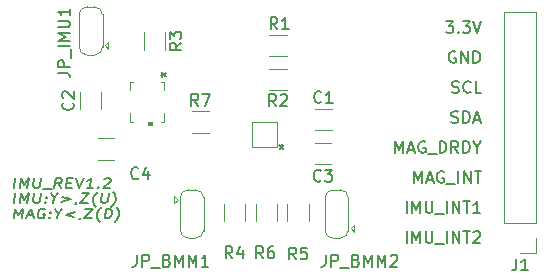
<source format=gbr>
%TF.GenerationSoftware,KiCad,Pcbnew,(6.0.5)*%
%TF.CreationDate,2022-11-14T22:05:18-05:00*%
%TF.ProjectId,IMU_Board,494d555f-426f-4617-9264-2e6b69636164,rev?*%
%TF.SameCoordinates,Original*%
%TF.FileFunction,Legend,Top*%
%TF.FilePolarity,Positive*%
%FSLAX46Y46*%
G04 Gerber Fmt 4.6, Leading zero omitted, Abs format (unit mm)*
G04 Created by KiCad (PCBNEW (6.0.5)) date 2022-11-14 22:05:18*
%MOMM*%
%LPD*%
G01*
G04 APERTURE LIST*
%ADD10C,0.150000*%
%ADD11C,0.050000*%
%ADD12C,0.120000*%
%ADD13C,0.100000*%
G04 APERTURE END LIST*
D10*
X141283452Y-98244761D02*
X141426309Y-98292380D01*
X141664404Y-98292380D01*
X141759642Y-98244761D01*
X141807261Y-98197142D01*
X141854880Y-98101904D01*
X141854880Y-98006666D01*
X141807261Y-97911428D01*
X141759642Y-97863809D01*
X141664404Y-97816190D01*
X141473928Y-97768571D01*
X141378690Y-97720952D01*
X141331071Y-97673333D01*
X141283452Y-97578095D01*
X141283452Y-97482857D01*
X141331071Y-97387619D01*
X141378690Y-97340000D01*
X141473928Y-97292380D01*
X141712023Y-97292380D01*
X141854880Y-97340000D01*
X142283452Y-98292380D02*
X142283452Y-97292380D01*
X142521547Y-97292380D01*
X142664404Y-97340000D01*
X142759642Y-97435238D01*
X142807261Y-97530476D01*
X142854880Y-97720952D01*
X142854880Y-97863809D01*
X142807261Y-98054285D01*
X142759642Y-98149523D01*
X142664404Y-98244761D01*
X142521547Y-98292380D01*
X142283452Y-98292380D01*
X143235833Y-98006666D02*
X143712023Y-98006666D01*
X143140595Y-98292380D02*
X143473928Y-97292380D01*
X143807261Y-98292380D01*
X141331071Y-95704761D02*
X141473928Y-95752380D01*
X141712023Y-95752380D01*
X141807261Y-95704761D01*
X141854880Y-95657142D01*
X141902500Y-95561904D01*
X141902500Y-95466666D01*
X141854880Y-95371428D01*
X141807261Y-95323809D01*
X141712023Y-95276190D01*
X141521547Y-95228571D01*
X141426309Y-95180952D01*
X141378690Y-95133333D01*
X141331071Y-95038095D01*
X141331071Y-94942857D01*
X141378690Y-94847619D01*
X141426309Y-94800000D01*
X141521547Y-94752380D01*
X141759642Y-94752380D01*
X141902500Y-94800000D01*
X142902500Y-95657142D02*
X142854880Y-95704761D01*
X142712023Y-95752380D01*
X142616785Y-95752380D01*
X142473928Y-95704761D01*
X142378690Y-95609523D01*
X142331071Y-95514285D01*
X142283452Y-95323809D01*
X142283452Y-95180952D01*
X142331071Y-94990476D01*
X142378690Y-94895238D01*
X142473928Y-94800000D01*
X142616785Y-94752380D01*
X142712023Y-94752380D01*
X142854880Y-94800000D01*
X142902500Y-94847619D01*
X143807261Y-95752380D02*
X143331071Y-95752380D01*
X143331071Y-94752380D01*
X138092976Y-103372380D02*
X138092976Y-102372380D01*
X138426309Y-103086666D01*
X138759642Y-102372380D01*
X138759642Y-103372380D01*
X139188214Y-103086666D02*
X139664404Y-103086666D01*
X139092976Y-103372380D02*
X139426309Y-102372380D01*
X139759642Y-103372380D01*
X140616785Y-102420000D02*
X140521547Y-102372380D01*
X140378690Y-102372380D01*
X140235833Y-102420000D01*
X140140595Y-102515238D01*
X140092976Y-102610476D01*
X140045357Y-102800952D01*
X140045357Y-102943809D01*
X140092976Y-103134285D01*
X140140595Y-103229523D01*
X140235833Y-103324761D01*
X140378690Y-103372380D01*
X140473928Y-103372380D01*
X140616785Y-103324761D01*
X140664404Y-103277142D01*
X140664404Y-102943809D01*
X140473928Y-102943809D01*
X140854880Y-103467619D02*
X141616785Y-103467619D01*
X141854880Y-103372380D02*
X141854880Y-102372380D01*
X142331071Y-103372380D02*
X142331071Y-102372380D01*
X142902500Y-103372380D01*
X142902500Y-102372380D01*
X143235833Y-102372380D02*
X143807261Y-102372380D01*
X143521547Y-103372380D02*
X143521547Y-102372380D01*
X136521547Y-100832380D02*
X136521547Y-99832380D01*
X136854880Y-100546666D01*
X137188214Y-99832380D01*
X137188214Y-100832380D01*
X137616785Y-100546666D02*
X138092976Y-100546666D01*
X137521547Y-100832380D02*
X137854880Y-99832380D01*
X138188214Y-100832380D01*
X139045357Y-99880000D02*
X138950119Y-99832380D01*
X138807261Y-99832380D01*
X138664404Y-99880000D01*
X138569166Y-99975238D01*
X138521547Y-100070476D01*
X138473928Y-100260952D01*
X138473928Y-100403809D01*
X138521547Y-100594285D01*
X138569166Y-100689523D01*
X138664404Y-100784761D01*
X138807261Y-100832380D01*
X138902500Y-100832380D01*
X139045357Y-100784761D01*
X139092976Y-100737142D01*
X139092976Y-100403809D01*
X138902500Y-100403809D01*
X139283452Y-100927619D02*
X140045357Y-100927619D01*
X140283452Y-100832380D02*
X140283452Y-99832380D01*
X140521547Y-99832380D01*
X140664404Y-99880000D01*
X140759642Y-99975238D01*
X140807261Y-100070476D01*
X140854880Y-100260952D01*
X140854880Y-100403809D01*
X140807261Y-100594285D01*
X140759642Y-100689523D01*
X140664404Y-100784761D01*
X140521547Y-100832380D01*
X140283452Y-100832380D01*
X141854880Y-100832380D02*
X141521547Y-100356190D01*
X141283452Y-100832380D02*
X141283452Y-99832380D01*
X141664404Y-99832380D01*
X141759642Y-99880000D01*
X141807261Y-99927619D01*
X141854880Y-100022857D01*
X141854880Y-100165714D01*
X141807261Y-100260952D01*
X141759642Y-100308571D01*
X141664404Y-100356190D01*
X141283452Y-100356190D01*
X142283452Y-100832380D02*
X142283452Y-99832380D01*
X142521547Y-99832380D01*
X142664404Y-99880000D01*
X142759642Y-99975238D01*
X142807261Y-100070476D01*
X142854880Y-100260952D01*
X142854880Y-100403809D01*
X142807261Y-100594285D01*
X142759642Y-100689523D01*
X142664404Y-100784761D01*
X142521547Y-100832380D01*
X142283452Y-100832380D01*
X143473928Y-100356190D02*
X143473928Y-100832380D01*
X143140595Y-99832380D02*
X143473928Y-100356190D01*
X143807261Y-99832380D01*
X137473928Y-105912380D02*
X137473928Y-104912380D01*
X137950119Y-105912380D02*
X137950119Y-104912380D01*
X138283452Y-105626666D01*
X138616785Y-104912380D01*
X138616785Y-105912380D01*
X139092976Y-104912380D02*
X139092976Y-105721904D01*
X139140595Y-105817142D01*
X139188214Y-105864761D01*
X139283452Y-105912380D01*
X139473928Y-105912380D01*
X139569166Y-105864761D01*
X139616785Y-105817142D01*
X139664404Y-105721904D01*
X139664404Y-104912380D01*
X139902500Y-106007619D02*
X140664404Y-106007619D01*
X140902500Y-105912380D02*
X140902500Y-104912380D01*
X141378690Y-105912380D02*
X141378690Y-104912380D01*
X141950119Y-105912380D01*
X141950119Y-104912380D01*
X142283452Y-104912380D02*
X142854880Y-104912380D01*
X142569166Y-105912380D02*
X142569166Y-104912380D01*
X143712023Y-105912380D02*
X143140595Y-105912380D01*
X143426309Y-105912380D02*
X143426309Y-104912380D01*
X143331071Y-105055238D01*
X143235833Y-105150476D01*
X143140595Y-105198095D01*
X104240357Y-103773904D02*
X104340357Y-102973904D01*
X104716547Y-103773904D02*
X104816547Y-102973904D01*
X105078452Y-103545333D01*
X105483214Y-102973904D01*
X105383214Y-103773904D01*
X105959404Y-102973904D02*
X105878452Y-103621523D01*
X105916547Y-103697714D01*
X105959404Y-103735809D01*
X106049880Y-103773904D01*
X106240357Y-103773904D01*
X106340357Y-103735809D01*
X106392738Y-103697714D01*
X106449880Y-103621523D01*
X106530833Y-102973904D01*
X106659404Y-103850095D02*
X107421309Y-103850095D01*
X108240357Y-103773904D02*
X107954642Y-103392952D01*
X107668928Y-103773904D02*
X107768928Y-102973904D01*
X108149880Y-102973904D01*
X108240357Y-103012000D01*
X108283214Y-103050095D01*
X108321309Y-103126285D01*
X108307023Y-103240571D01*
X108249880Y-103316761D01*
X108197500Y-103354857D01*
X108097500Y-103392952D01*
X107716547Y-103392952D01*
X108721309Y-103354857D02*
X109054642Y-103354857D01*
X109145119Y-103773904D02*
X108668928Y-103773904D01*
X108768928Y-102973904D01*
X109245119Y-102973904D01*
X109530833Y-102973904D02*
X109764166Y-103773904D01*
X110197500Y-102973904D01*
X110954642Y-103773904D02*
X110383214Y-103773904D01*
X110668928Y-103773904D02*
X110768928Y-102973904D01*
X110659404Y-103088190D01*
X110554642Y-103164380D01*
X110454642Y-103202476D01*
X111392738Y-103697714D02*
X111435595Y-103735809D01*
X111383214Y-103773904D01*
X111340357Y-103735809D01*
X111392738Y-103697714D01*
X111383214Y-103773904D01*
X111902261Y-103050095D02*
X111954642Y-103012000D01*
X112054642Y-102973904D01*
X112292738Y-102973904D01*
X112383214Y-103012000D01*
X112426071Y-103050095D01*
X112464166Y-103126285D01*
X112454642Y-103202476D01*
X112392738Y-103316761D01*
X111764166Y-103773904D01*
X112383214Y-103773904D01*
X104240357Y-105061904D02*
X104340357Y-104261904D01*
X104716547Y-105061904D02*
X104816547Y-104261904D01*
X105078452Y-104833333D01*
X105483214Y-104261904D01*
X105383214Y-105061904D01*
X105959404Y-104261904D02*
X105878452Y-104909523D01*
X105916547Y-104985714D01*
X105959404Y-105023809D01*
X106049880Y-105061904D01*
X106240357Y-105061904D01*
X106340357Y-105023809D01*
X106392738Y-104985714D01*
X106449880Y-104909523D01*
X106530833Y-104261904D01*
X106916547Y-104985714D02*
X106959404Y-105023809D01*
X106907023Y-105061904D01*
X106864166Y-105023809D01*
X106916547Y-104985714D01*
X106907023Y-105061904D01*
X106968928Y-104566666D02*
X107011785Y-104604761D01*
X106959404Y-104642857D01*
X106916547Y-104604761D01*
X106968928Y-104566666D01*
X106959404Y-104642857D01*
X107621309Y-104680952D02*
X107573690Y-105061904D01*
X107340357Y-104261904D02*
X107621309Y-104680952D01*
X108007023Y-104261904D01*
X108307023Y-104528571D02*
X109040357Y-104757142D01*
X108249880Y-104985714D01*
X109530833Y-105023809D02*
X109526071Y-105061904D01*
X109468928Y-105138095D01*
X109416547Y-105176190D01*
X109959404Y-104261904D02*
X110626071Y-104261904D01*
X109859404Y-105061904D01*
X110526071Y-105061904D01*
X111154642Y-105366666D02*
X111111785Y-105328571D01*
X111030833Y-105214285D01*
X110992738Y-105138095D01*
X110959404Y-105023809D01*
X110935595Y-104833333D01*
X110954642Y-104680952D01*
X111026071Y-104490476D01*
X111087976Y-104376190D01*
X111145119Y-104300000D01*
X111254642Y-104185714D01*
X111307023Y-104147619D01*
X111673690Y-104261904D02*
X111592738Y-104909523D01*
X111630833Y-104985714D01*
X111673690Y-105023809D01*
X111764166Y-105061904D01*
X111954642Y-105061904D01*
X112054642Y-105023809D01*
X112107023Y-104985714D01*
X112164166Y-104909523D01*
X112245119Y-104261904D01*
X112487976Y-105366666D02*
X112540357Y-105328571D01*
X112649880Y-105214285D01*
X112707023Y-105138095D01*
X112768928Y-105023809D01*
X112840357Y-104833333D01*
X112859404Y-104680952D01*
X112835595Y-104490476D01*
X112802261Y-104376190D01*
X112764166Y-104300000D01*
X112683214Y-104185714D01*
X112640357Y-104147619D01*
X104240357Y-106349904D02*
X104340357Y-105549904D01*
X104602261Y-106121333D01*
X105007023Y-105549904D01*
X104907023Y-106349904D01*
X105364166Y-106121333D02*
X105840357Y-106121333D01*
X105240357Y-106349904D02*
X105673690Y-105549904D01*
X105907023Y-106349904D01*
X106859404Y-105588000D02*
X106768928Y-105549904D01*
X106626071Y-105549904D01*
X106478452Y-105588000D01*
X106373690Y-105664190D01*
X106316547Y-105740380D01*
X106249880Y-105892761D01*
X106235595Y-106007047D01*
X106264166Y-106159428D01*
X106302261Y-106235619D01*
X106387976Y-106311809D01*
X106526071Y-106349904D01*
X106621309Y-106349904D01*
X106768928Y-106311809D01*
X106821309Y-106273714D01*
X106854642Y-106007047D01*
X106664166Y-106007047D01*
X107249880Y-106273714D02*
X107292738Y-106311809D01*
X107240357Y-106349904D01*
X107197500Y-106311809D01*
X107249880Y-106273714D01*
X107240357Y-106349904D01*
X107302261Y-105854666D02*
X107345119Y-105892761D01*
X107292738Y-105930857D01*
X107249880Y-105892761D01*
X107302261Y-105854666D01*
X107292738Y-105930857D01*
X107954642Y-105968952D02*
X107907023Y-106349904D01*
X107673690Y-105549904D02*
X107954642Y-105968952D01*
X108340357Y-105549904D01*
X109402261Y-105816571D02*
X108611785Y-106045142D01*
X109345119Y-106273714D01*
X109864166Y-106311809D02*
X109859404Y-106349904D01*
X109802261Y-106426095D01*
X109749880Y-106464190D01*
X110292738Y-105549904D02*
X110959404Y-105549904D01*
X110192738Y-106349904D01*
X110859404Y-106349904D01*
X111487976Y-106654666D02*
X111445119Y-106616571D01*
X111364166Y-106502285D01*
X111326071Y-106426095D01*
X111292738Y-106311809D01*
X111268928Y-106121333D01*
X111287976Y-105968952D01*
X111359404Y-105778476D01*
X111421309Y-105664190D01*
X111478452Y-105588000D01*
X111587976Y-105473714D01*
X111640357Y-105435619D01*
X111907023Y-106349904D02*
X112007023Y-105549904D01*
X112245119Y-105549904D01*
X112383214Y-105588000D01*
X112468928Y-105664190D01*
X112507023Y-105740380D01*
X112535595Y-105892761D01*
X112521309Y-106007047D01*
X112454642Y-106159428D01*
X112397500Y-106235619D01*
X112292738Y-106311809D01*
X112145119Y-106349904D01*
X111907023Y-106349904D01*
X112773690Y-106654666D02*
X112826071Y-106616571D01*
X112935595Y-106502285D01*
X112992738Y-106426095D01*
X113054642Y-106311809D01*
X113126071Y-106121333D01*
X113145119Y-105968952D01*
X113121309Y-105778476D01*
X113087976Y-105664190D01*
X113049880Y-105588000D01*
X112968928Y-105473714D01*
X112926071Y-105435619D01*
X141616785Y-92260000D02*
X141521547Y-92212380D01*
X141378690Y-92212380D01*
X141235833Y-92260000D01*
X141140595Y-92355238D01*
X141092976Y-92450476D01*
X141045357Y-92640952D01*
X141045357Y-92783809D01*
X141092976Y-92974285D01*
X141140595Y-93069523D01*
X141235833Y-93164761D01*
X141378690Y-93212380D01*
X141473928Y-93212380D01*
X141616785Y-93164761D01*
X141664404Y-93117142D01*
X141664404Y-92783809D01*
X141473928Y-92783809D01*
X142092976Y-93212380D02*
X142092976Y-92212380D01*
X142664404Y-93212380D01*
X142664404Y-92212380D01*
X143140595Y-93212380D02*
X143140595Y-92212380D01*
X143378690Y-92212380D01*
X143521547Y-92260000D01*
X143616785Y-92355238D01*
X143664404Y-92450476D01*
X143712023Y-92640952D01*
X143712023Y-92783809D01*
X143664404Y-92974285D01*
X143616785Y-93069523D01*
X143521547Y-93164761D01*
X143378690Y-93212380D01*
X143140595Y-93212380D01*
X137473928Y-108452380D02*
X137473928Y-107452380D01*
X137950119Y-108452380D02*
X137950119Y-107452380D01*
X138283452Y-108166666D01*
X138616785Y-107452380D01*
X138616785Y-108452380D01*
X139092976Y-107452380D02*
X139092976Y-108261904D01*
X139140595Y-108357142D01*
X139188214Y-108404761D01*
X139283452Y-108452380D01*
X139473928Y-108452380D01*
X139569166Y-108404761D01*
X139616785Y-108357142D01*
X139664404Y-108261904D01*
X139664404Y-107452380D01*
X139902500Y-108547619D02*
X140664404Y-108547619D01*
X140902500Y-108452380D02*
X140902500Y-107452380D01*
X141378690Y-108452380D02*
X141378690Y-107452380D01*
X141950119Y-108452380D01*
X141950119Y-107452380D01*
X142283452Y-107452380D02*
X142854880Y-107452380D01*
X142569166Y-108452380D02*
X142569166Y-107452380D01*
X143140595Y-107547619D02*
X143188214Y-107500000D01*
X143283452Y-107452380D01*
X143521547Y-107452380D01*
X143616785Y-107500000D01*
X143664404Y-107547619D01*
X143712023Y-107642857D01*
X143712023Y-107738095D01*
X143664404Y-107880952D01*
X143092976Y-108452380D01*
X143712023Y-108452380D01*
X140807261Y-89672380D02*
X141426309Y-89672380D01*
X141092976Y-90053333D01*
X141235833Y-90053333D01*
X141331071Y-90100952D01*
X141378690Y-90148571D01*
X141426309Y-90243809D01*
X141426309Y-90481904D01*
X141378690Y-90577142D01*
X141331071Y-90624761D01*
X141235833Y-90672380D01*
X140950119Y-90672380D01*
X140854880Y-90624761D01*
X140807261Y-90577142D01*
X141854880Y-90577142D02*
X141902500Y-90624761D01*
X141854880Y-90672380D01*
X141807261Y-90624761D01*
X141854880Y-90577142D01*
X141854880Y-90672380D01*
X142235833Y-89672380D02*
X142854880Y-89672380D01*
X142521547Y-90053333D01*
X142664404Y-90053333D01*
X142759642Y-90100952D01*
X142807261Y-90148571D01*
X142854880Y-90243809D01*
X142854880Y-90481904D01*
X142807261Y-90577142D01*
X142759642Y-90624761D01*
X142664404Y-90672380D01*
X142378690Y-90672380D01*
X142283452Y-90624761D01*
X142235833Y-90577142D01*
X143140595Y-89672380D02*
X143473928Y-90672380D01*
X143807261Y-89672380D01*
%TO.C,U3*%
X126900000Y-100052380D02*
X126900000Y-100290476D01*
X126661904Y-100195238D02*
X126900000Y-100290476D01*
X127138095Y-100195238D01*
X126757142Y-100480952D02*
X126900000Y-100290476D01*
X127042857Y-100480952D01*
%TO.C,J1*%
X146766666Y-109782380D02*
X146766666Y-110496666D01*
X146719047Y-110639523D01*
X146623809Y-110734761D01*
X146480952Y-110782380D01*
X146385714Y-110782380D01*
X147766666Y-110782380D02*
X147195238Y-110782380D01*
X147480952Y-110782380D02*
X147480952Y-109782380D01*
X147385714Y-109925238D01*
X147290476Y-110020476D01*
X147195238Y-110068095D01*
%TO.C,JP_BMM1*%
X114642857Y-109452380D02*
X114642857Y-110166666D01*
X114595238Y-110309523D01*
X114500000Y-110404761D01*
X114357142Y-110452380D01*
X114261904Y-110452380D01*
X115119047Y-110452380D02*
X115119047Y-109452380D01*
X115500000Y-109452380D01*
X115595238Y-109500000D01*
X115642857Y-109547619D01*
X115690476Y-109642857D01*
X115690476Y-109785714D01*
X115642857Y-109880952D01*
X115595238Y-109928571D01*
X115500000Y-109976190D01*
X115119047Y-109976190D01*
X115880952Y-110547619D02*
X116642857Y-110547619D01*
X117214285Y-109928571D02*
X117357142Y-109976190D01*
X117404761Y-110023809D01*
X117452380Y-110119047D01*
X117452380Y-110261904D01*
X117404761Y-110357142D01*
X117357142Y-110404761D01*
X117261904Y-110452380D01*
X116880952Y-110452380D01*
X116880952Y-109452380D01*
X117214285Y-109452380D01*
X117309523Y-109500000D01*
X117357142Y-109547619D01*
X117404761Y-109642857D01*
X117404761Y-109738095D01*
X117357142Y-109833333D01*
X117309523Y-109880952D01*
X117214285Y-109928571D01*
X116880952Y-109928571D01*
X117880952Y-110452380D02*
X117880952Y-109452380D01*
X118214285Y-110166666D01*
X118547619Y-109452380D01*
X118547619Y-110452380D01*
X119023809Y-110452380D02*
X119023809Y-109452380D01*
X119357142Y-110166666D01*
X119690476Y-109452380D01*
X119690476Y-110452380D01*
X120690476Y-110452380D02*
X120119047Y-110452380D01*
X120404761Y-110452380D02*
X120404761Y-109452380D01*
X120309523Y-109595238D01*
X120214285Y-109690476D01*
X120119047Y-109738095D01*
%TO.C,R7*%
X119833333Y-96832380D02*
X119500000Y-96356190D01*
X119261904Y-96832380D02*
X119261904Y-95832380D01*
X119642857Y-95832380D01*
X119738095Y-95880000D01*
X119785714Y-95927619D01*
X119833333Y-96022857D01*
X119833333Y-96165714D01*
X119785714Y-96260952D01*
X119738095Y-96308571D01*
X119642857Y-96356190D01*
X119261904Y-96356190D01*
X120166666Y-95832380D02*
X120833333Y-95832380D01*
X120404761Y-96832380D01*
%TO.C,*%
%TO.C,JP_BMM2*%
X130642857Y-109452380D02*
X130642857Y-110166666D01*
X130595238Y-110309523D01*
X130500000Y-110404761D01*
X130357142Y-110452380D01*
X130261904Y-110452380D01*
X131119047Y-110452380D02*
X131119047Y-109452380D01*
X131500000Y-109452380D01*
X131595238Y-109500000D01*
X131642857Y-109547619D01*
X131690476Y-109642857D01*
X131690476Y-109785714D01*
X131642857Y-109880952D01*
X131595238Y-109928571D01*
X131500000Y-109976190D01*
X131119047Y-109976190D01*
X131880952Y-110547619D02*
X132642857Y-110547619D01*
X133214285Y-109928571D02*
X133357142Y-109976190D01*
X133404761Y-110023809D01*
X133452380Y-110119047D01*
X133452380Y-110261904D01*
X133404761Y-110357142D01*
X133357142Y-110404761D01*
X133261904Y-110452380D01*
X132880952Y-110452380D01*
X132880952Y-109452380D01*
X133214285Y-109452380D01*
X133309523Y-109500000D01*
X133357142Y-109547619D01*
X133404761Y-109642857D01*
X133404761Y-109738095D01*
X133357142Y-109833333D01*
X133309523Y-109880952D01*
X133214285Y-109928571D01*
X132880952Y-109928571D01*
X133880952Y-110452380D02*
X133880952Y-109452380D01*
X134214285Y-110166666D01*
X134547619Y-109452380D01*
X134547619Y-110452380D01*
X135023809Y-110452380D02*
X135023809Y-109452380D01*
X135357142Y-110166666D01*
X135690476Y-109452380D01*
X135690476Y-110452380D01*
X136119047Y-109547619D02*
X136166666Y-109500000D01*
X136261904Y-109452380D01*
X136500000Y-109452380D01*
X136595238Y-109500000D01*
X136642857Y-109547619D01*
X136690476Y-109642857D01*
X136690476Y-109738095D01*
X136642857Y-109880952D01*
X136071428Y-110452380D01*
X136690476Y-110452380D01*
%TO.C,C3*%
X130233333Y-103157142D02*
X130185714Y-103204761D01*
X130042857Y-103252380D01*
X129947619Y-103252380D01*
X129804761Y-103204761D01*
X129709523Y-103109523D01*
X129661904Y-103014285D01*
X129614285Y-102823809D01*
X129614285Y-102680952D01*
X129661904Y-102490476D01*
X129709523Y-102395238D01*
X129804761Y-102300000D01*
X129947619Y-102252380D01*
X130042857Y-102252380D01*
X130185714Y-102300000D01*
X130233333Y-102347619D01*
X130566666Y-102252380D02*
X131185714Y-102252380D01*
X130852380Y-102633333D01*
X130995238Y-102633333D01*
X131090476Y-102680952D01*
X131138095Y-102728571D01*
X131185714Y-102823809D01*
X131185714Y-103061904D01*
X131138095Y-103157142D01*
X131090476Y-103204761D01*
X130995238Y-103252380D01*
X130709523Y-103252380D01*
X130614285Y-103204761D01*
X130566666Y-103157142D01*
%TO.C,U1*%
X116652380Y-94200000D02*
X116890476Y-94200000D01*
X116795238Y-94438095D02*
X116890476Y-94200000D01*
X116795238Y-93961904D01*
X117080952Y-94342857D02*
X116890476Y-94200000D01*
X117080952Y-94057142D01*
%TO.C,R4*%
X122733333Y-109752380D02*
X122400000Y-109276190D01*
X122161904Y-109752380D02*
X122161904Y-108752380D01*
X122542857Y-108752380D01*
X122638095Y-108800000D01*
X122685714Y-108847619D01*
X122733333Y-108942857D01*
X122733333Y-109085714D01*
X122685714Y-109180952D01*
X122638095Y-109228571D01*
X122542857Y-109276190D01*
X122161904Y-109276190D01*
X123590476Y-109085714D02*
X123590476Y-109752380D01*
X123352380Y-108704761D02*
X123114285Y-109419047D01*
X123733333Y-109419047D01*
%TO.C,C4*%
X114770833Y-102957142D02*
X114723214Y-103004761D01*
X114580357Y-103052380D01*
X114485119Y-103052380D01*
X114342261Y-103004761D01*
X114247023Y-102909523D01*
X114199404Y-102814285D01*
X114151785Y-102623809D01*
X114151785Y-102480952D01*
X114199404Y-102290476D01*
X114247023Y-102195238D01*
X114342261Y-102100000D01*
X114485119Y-102052380D01*
X114580357Y-102052380D01*
X114723214Y-102100000D01*
X114770833Y-102147619D01*
X115627976Y-102385714D02*
X115627976Y-103052380D01*
X115389880Y-102004761D02*
X115151785Y-102719047D01*
X115770833Y-102719047D01*
%TO.C,R3*%
X118422381Y-91516666D02*
X117946191Y-91850000D01*
X118422381Y-92088095D02*
X117422381Y-92088095D01*
X117422381Y-91707142D01*
X117470001Y-91611904D01*
X117517620Y-91564285D01*
X117612858Y-91516666D01*
X117755715Y-91516666D01*
X117850953Y-91564285D01*
X117898572Y-91611904D01*
X117946191Y-91707142D01*
X117946191Y-92088095D01*
X117422381Y-91183333D02*
X117422381Y-90564285D01*
X117803334Y-90897619D01*
X117803334Y-90754761D01*
X117850953Y-90659523D01*
X117898572Y-90611904D01*
X117993810Y-90564285D01*
X118231905Y-90564285D01*
X118327143Y-90611904D01*
X118374762Y-90659523D01*
X118422381Y-90754761D01*
X118422381Y-91040476D01*
X118374762Y-91135714D01*
X118327143Y-91183333D01*
%TO.C,JP_IMU1*%
X107952380Y-94047619D02*
X108666666Y-94047619D01*
X108809523Y-94095238D01*
X108904761Y-94190476D01*
X108952380Y-94333333D01*
X108952380Y-94428571D01*
X108952380Y-93571428D02*
X107952380Y-93571428D01*
X107952380Y-93190476D01*
X108000000Y-93095238D01*
X108047619Y-93047619D01*
X108142857Y-93000000D01*
X108285714Y-93000000D01*
X108380952Y-93047619D01*
X108428571Y-93095238D01*
X108476190Y-93190476D01*
X108476190Y-93571428D01*
X109047619Y-92809523D02*
X109047619Y-92047619D01*
X108952380Y-91809523D02*
X107952380Y-91809523D01*
X108952380Y-91333333D02*
X107952380Y-91333333D01*
X108666666Y-91000000D01*
X107952380Y-90666666D01*
X108952380Y-90666666D01*
X107952380Y-90190476D02*
X108761904Y-90190476D01*
X108857142Y-90142857D01*
X108904761Y-90095238D01*
X108952380Y-90000000D01*
X108952380Y-89809523D01*
X108904761Y-89714285D01*
X108857142Y-89666666D01*
X108761904Y-89619047D01*
X107952380Y-89619047D01*
X108952380Y-88619047D02*
X108952380Y-89190476D01*
X108952380Y-88904761D02*
X107952380Y-88904761D01*
X108095238Y-89000000D01*
X108190476Y-89095238D01*
X108238095Y-89190476D01*
%TO.C,R2*%
X126433333Y-96872380D02*
X126100000Y-96396190D01*
X125861904Y-96872380D02*
X125861904Y-95872380D01*
X126242857Y-95872380D01*
X126338095Y-95920000D01*
X126385714Y-95967619D01*
X126433333Y-96062857D01*
X126433333Y-96205714D01*
X126385714Y-96300952D01*
X126338095Y-96348571D01*
X126242857Y-96396190D01*
X125861904Y-96396190D01*
X126814285Y-95967619D02*
X126861904Y-95920000D01*
X126957142Y-95872380D01*
X127195238Y-95872380D01*
X127290476Y-95920000D01*
X127338095Y-95967619D01*
X127385714Y-96062857D01*
X127385714Y-96158095D01*
X127338095Y-96300952D01*
X126766666Y-96872380D01*
X127385714Y-96872380D01*
%TO.C,R1*%
X126533333Y-90352380D02*
X126200000Y-89876190D01*
X125961904Y-90352380D02*
X125961904Y-89352380D01*
X126342857Y-89352380D01*
X126438095Y-89400000D01*
X126485714Y-89447619D01*
X126533333Y-89542857D01*
X126533333Y-89685714D01*
X126485714Y-89780952D01*
X126438095Y-89828571D01*
X126342857Y-89876190D01*
X125961904Y-89876190D01*
X127485714Y-90352380D02*
X126914285Y-90352380D01*
X127200000Y-90352380D02*
X127200000Y-89352380D01*
X127104761Y-89495238D01*
X127009523Y-89590476D01*
X126914285Y-89638095D01*
%TO.C,C2*%
X109207142Y-96566666D02*
X109254761Y-96614285D01*
X109302380Y-96757142D01*
X109302380Y-96852380D01*
X109254761Y-96995238D01*
X109159523Y-97090476D01*
X109064285Y-97138095D01*
X108873809Y-97185714D01*
X108730952Y-97185714D01*
X108540476Y-97138095D01*
X108445238Y-97090476D01*
X108350000Y-96995238D01*
X108302380Y-96852380D01*
X108302380Y-96757142D01*
X108350000Y-96614285D01*
X108397619Y-96566666D01*
X108397619Y-96185714D02*
X108350000Y-96138095D01*
X108302380Y-96042857D01*
X108302380Y-95804761D01*
X108350000Y-95709523D01*
X108397619Y-95661904D01*
X108492857Y-95614285D01*
X108588095Y-95614285D01*
X108730952Y-95661904D01*
X109302380Y-96233333D01*
X109302380Y-95614285D01*
%TO.C,R5*%
X128133333Y-109852380D02*
X127800000Y-109376190D01*
X127561904Y-109852380D02*
X127561904Y-108852380D01*
X127942857Y-108852380D01*
X128038095Y-108900000D01*
X128085714Y-108947619D01*
X128133333Y-109042857D01*
X128133333Y-109185714D01*
X128085714Y-109280952D01*
X128038095Y-109328571D01*
X127942857Y-109376190D01*
X127561904Y-109376190D01*
X129038095Y-108852380D02*
X128561904Y-108852380D01*
X128514285Y-109328571D01*
X128561904Y-109280952D01*
X128657142Y-109233333D01*
X128895238Y-109233333D01*
X128990476Y-109280952D01*
X129038095Y-109328571D01*
X129085714Y-109423809D01*
X129085714Y-109661904D01*
X129038095Y-109757142D01*
X128990476Y-109804761D01*
X128895238Y-109852380D01*
X128657142Y-109852380D01*
X128561904Y-109804761D01*
X128514285Y-109757142D01*
%TO.C,*%
%TO.C,R6*%
X125333333Y-109752380D02*
X125000000Y-109276190D01*
X124761904Y-109752380D02*
X124761904Y-108752380D01*
X125142857Y-108752380D01*
X125238095Y-108800000D01*
X125285714Y-108847619D01*
X125333333Y-108942857D01*
X125333333Y-109085714D01*
X125285714Y-109180952D01*
X125238095Y-109228571D01*
X125142857Y-109276190D01*
X124761904Y-109276190D01*
X126190476Y-108752380D02*
X126000000Y-108752380D01*
X125904761Y-108800000D01*
X125857142Y-108847619D01*
X125761904Y-108990476D01*
X125714285Y-109180952D01*
X125714285Y-109561904D01*
X125761904Y-109657142D01*
X125809523Y-109704761D01*
X125904761Y-109752380D01*
X126095238Y-109752380D01*
X126190476Y-109704761D01*
X126238095Y-109657142D01*
X126285714Y-109561904D01*
X126285714Y-109323809D01*
X126238095Y-109228571D01*
X126190476Y-109180952D01*
X126095238Y-109133333D01*
X125904761Y-109133333D01*
X125809523Y-109180952D01*
X125761904Y-109228571D01*
X125714285Y-109323809D01*
%TO.C,C1*%
X130270833Y-96507142D02*
X130223214Y-96554761D01*
X130080357Y-96602380D01*
X129985119Y-96602380D01*
X129842261Y-96554761D01*
X129747023Y-96459523D01*
X129699404Y-96364285D01*
X129651785Y-96173809D01*
X129651785Y-96030952D01*
X129699404Y-95840476D01*
X129747023Y-95745238D01*
X129842261Y-95650000D01*
X129985119Y-95602380D01*
X130080357Y-95602380D01*
X130223214Y-95650000D01*
X130270833Y-95697619D01*
X131223214Y-96602380D02*
X130651785Y-96602380D01*
X130937500Y-96602380D02*
X130937500Y-95602380D01*
X130842261Y-95745238D01*
X130747023Y-95840476D01*
X130651785Y-95888095D01*
D11*
%TO.C,U3*%
X124431000Y-98231000D02*
X126499000Y-98231000D01*
X126499000Y-98231000D02*
X126499000Y-100299000D01*
X126499000Y-100299000D02*
X124431000Y-100299000D01*
X124431000Y-100299000D02*
X124431000Y-98231000D01*
D12*
%TO.C,J1*%
X148430000Y-109330000D02*
X147100000Y-109330000D01*
X145770000Y-106730000D02*
X145770000Y-88890000D01*
X148430000Y-108000000D02*
X148430000Y-109330000D01*
X148430000Y-106730000D02*
X148430000Y-88890000D01*
X148430000Y-88890000D02*
X145770000Y-88890000D01*
X148430000Y-106730000D02*
X145770000Y-106730000D01*
%TO.C,JP_BMM1*%
X118100000Y-104800000D02*
X117800000Y-105100000D01*
X118300000Y-107400000D02*
X118300000Y-104600000D01*
X119000000Y-103950000D02*
X119600000Y-103950000D01*
X117800000Y-104500000D02*
X117800000Y-105100000D01*
X118100000Y-104800000D02*
X117800000Y-104500000D01*
X120300000Y-104600000D02*
X120300000Y-107400000D01*
X119600000Y-108050000D02*
X119000000Y-108050000D01*
X120300000Y-104650000D02*
G75*
G03*
X119600000Y-103950000I-699999J1D01*
G01*
X118300000Y-107350000D02*
G75*
G03*
X119000000Y-108050000I700000J0D01*
G01*
X119600000Y-108050000D02*
G75*
G03*
X120300000Y-107350000I0J700000D01*
G01*
X119000000Y-103950000D02*
G75*
G03*
X118300000Y-104650000I-1J-699999D01*
G01*
%TO.C,R7*%
X119272936Y-99110000D02*
X120727064Y-99110000D01*
X119272936Y-97290000D02*
X120727064Y-97290000D01*
%TO.C,JP_BMM2*%
X131857500Y-108050000D02*
X131257500Y-108050000D01*
X130557500Y-107400000D02*
X130557500Y-104600000D01*
X132557500Y-104600000D02*
X132557500Y-107400000D01*
X132757500Y-107200000D02*
X133057500Y-107500000D01*
X131257500Y-103950000D02*
X131857500Y-103950000D01*
X133057500Y-107500000D02*
X133057500Y-106900000D01*
X132757500Y-107200000D02*
X133057500Y-106900000D01*
X130557500Y-107350000D02*
G75*
G03*
X131257500Y-108050000I699999J-1D01*
G01*
X132557500Y-104650000D02*
G75*
G03*
X131857500Y-103950000I-700000J0D01*
G01*
X131257500Y-103950000D02*
G75*
G03*
X130557500Y-104650000I0J-700000D01*
G01*
X131857500Y-108050000D02*
G75*
G03*
X132557500Y-107350000I1J699999D01*
G01*
%TO.C,C3*%
X129688748Y-101810000D02*
X131111252Y-101810000D01*
X129688748Y-99990000D02*
X131111252Y-99990000D01*
%TO.C,U1*%
X114292985Y-94823600D02*
X114077600Y-94823600D01*
X116707015Y-98176400D02*
X116922400Y-98176400D01*
X116922400Y-94823600D02*
X116707015Y-94823600D01*
X114077600Y-94823600D02*
X114077600Y-95542987D01*
X114077600Y-97457013D02*
X114077600Y-98176400D01*
X116922400Y-98176400D02*
X116922400Y-97457013D01*
X116922400Y-95542987D02*
X116922400Y-94823600D01*
X114077600Y-98176400D02*
X114292985Y-98176400D01*
G36*
X115940500Y-98455800D02*
G01*
X115559499Y-98455800D01*
X115559499Y-98201800D01*
X115940500Y-98201800D01*
X115940500Y-98455800D01*
G37*
D13*
X115940500Y-98455800D02*
X115559499Y-98455800D01*
X115559499Y-98201800D01*
X115940500Y-98201800D01*
X115940500Y-98455800D01*
D12*
%TO.C,R4*%
X121990000Y-106627064D02*
X121990000Y-105172936D01*
X123810000Y-106627064D02*
X123810000Y-105172936D01*
%TO.C,C4*%
X112748752Y-99590000D02*
X111326248Y-99590000D01*
X112748752Y-101410000D02*
X111326248Y-101410000D01*
%TO.C,R3*%
X115240001Y-90622936D02*
X115240001Y-92077064D01*
X117060001Y-90622936D02*
X117060001Y-92077064D01*
%TO.C,JP_IMU1*%
X109742500Y-91850000D02*
G75*
G03*
X110442500Y-92550000I699999J-1D01*
G01*
X111742500Y-89150000D02*
G75*
G03*
X111042500Y-88450000I-700000J0D01*
G01*
X110442500Y-88450000D02*
G75*
G03*
X109742500Y-89150000I0J-700000D01*
G01*
X111042500Y-92550000D02*
G75*
G03*
X111742500Y-91850000I1J699999D01*
G01*
X111942500Y-91700000D02*
X112242500Y-91400000D01*
X111742500Y-89100000D02*
X111742500Y-91900000D01*
X110442500Y-88450000D02*
X111042500Y-88450000D01*
X112242500Y-92000000D02*
X112242500Y-91400000D01*
X111042500Y-92550000D02*
X110442500Y-92550000D01*
X109742500Y-91900000D02*
X109742500Y-89100000D01*
X111942500Y-91700000D02*
X112242500Y-92000000D01*
%TO.C,R2*%
X127327064Y-95510000D02*
X125872936Y-95510000D01*
X127327064Y-93690000D02*
X125872936Y-93690000D01*
%TO.C,R1*%
X127327064Y-90840000D02*
X125872936Y-90840000D01*
X127327064Y-92660000D02*
X125872936Y-92660000D01*
%TO.C,C2*%
X109790000Y-97111252D02*
X109790000Y-95688748D01*
X111610000Y-97111252D02*
X111610000Y-95688748D01*
%TO.C,R5*%
X129210000Y-105172936D02*
X129210000Y-106627064D01*
X127390000Y-105172936D02*
X127390000Y-106627064D01*
%TO.C,R6*%
X126510000Y-106627064D02*
X126510000Y-105172936D01*
X124690000Y-106627064D02*
X124690000Y-105172936D01*
%TO.C,C1*%
X129726248Y-98910000D02*
X131148752Y-98910000D01*
X129726248Y-97090000D02*
X131148752Y-97090000D01*
%TD*%
M02*

</source>
